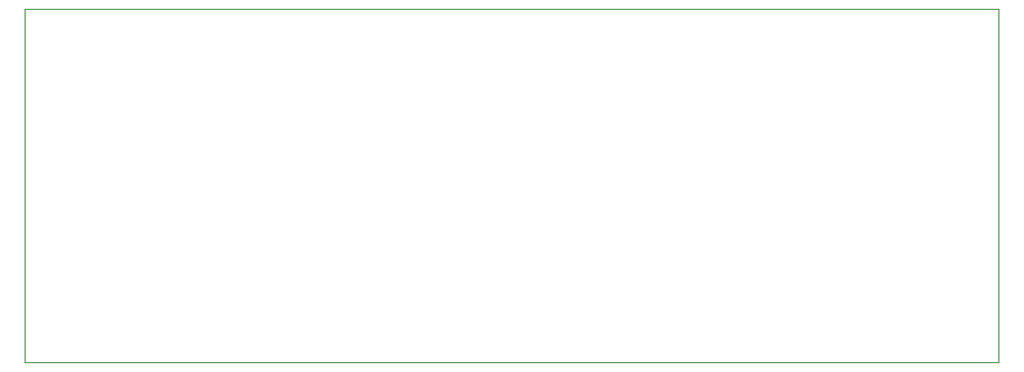
<source format=gm1>
G04 #@! TF.FileFunction,Profile,NP*
%FSLAX46Y46*%
G04 Gerber Fmt 4.6, Leading zero omitted, Abs format (unit mm)*
G04 Created by KiCad (PCBNEW 4.0.6) date Tuesday, May 23, 2017 'AMt' 09:33:37 AM*
%MOMM*%
%LPD*%
G01*
G04 APERTURE LIST*
%ADD10C,0.150000*%
%ADD11C,0.100000*%
G04 APERTURE END LIST*
D10*
D11*
X107950000Y-63500000D02*
X24130000Y-63500000D01*
X107950000Y-33020000D02*
X107950000Y-63500000D01*
X24130000Y-33020000D02*
X107950000Y-33020000D01*
X24130000Y-63500000D02*
X24130000Y-33020000D01*
M02*

</source>
